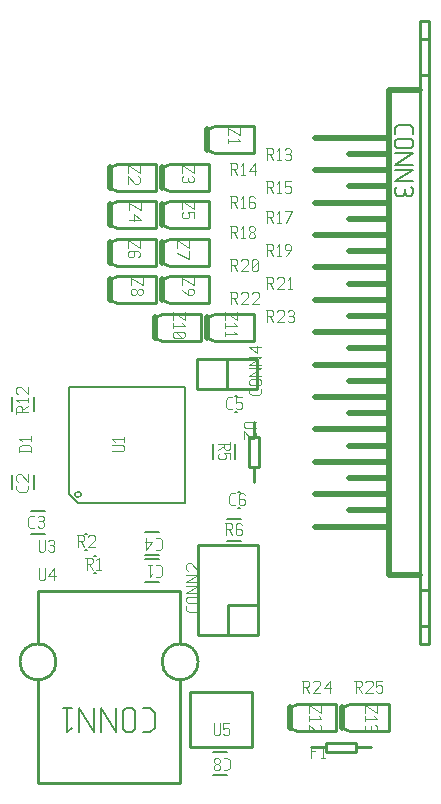
<source format=gbr>
G04 start of page 8 for group -4079 idx -4079 *
G04 Title: (unknown), topsilk *
G04 Creator: pcb 1.99z *
G04 CreationDate: Wed 16 Oct 2013 05:43:19 AM GMT UTC *
G04 For: commonadmin *
G04 Format: Gerber/RS-274X *
G04 PCB-Dimensions: 200000 300000 *
G04 PCB-Coordinate-Origin: lower left *
%MOIN*%
%FSLAX25Y25*%
%LNTOPSILK*%
%ADD94C,0.0060*%
%ADD93C,0.0040*%
%ADD92C,0.0080*%
%ADD91C,0.0200*%
%ADD90C,0.0100*%
G54D90*X139000Y84600D02*X142000D01*
X139000Y292200D02*Y84600D01*
Y292200D02*X142000D01*
Y84600D01*
X139000Y90600D02*X142000D01*
X139000Y102600D02*X142000D01*
X139000Y286200D02*X142000D01*
X139000Y274200D02*X142000D01*
G54D91*X128500Y107600D02*X139000D01*
X128500Y269200D02*Y107600D01*
Y269200D02*X139000D01*
G54D90*Y107600D01*
G54D91*X103900Y253200D02*X128500D01*
X103900Y242400D02*X128500D01*
X103900Y231600D02*X128500D01*
X103900Y220800D02*X128500D01*
X103900Y210000D02*X128500D01*
X103900Y199200D02*X128500D01*
X103900Y188400D02*X128500D01*
X103900Y177600D02*X128500D01*
X103900Y166800D02*X128500D01*
X103900Y156000D02*X128500D01*
X103900Y145200D02*X128500D01*
X103900Y134400D02*X128500D01*
X103900Y123600D02*X128500D01*
X115100Y247800D02*X128500D01*
X115100Y237000D02*X128500D01*
X115100Y226200D02*X128500D01*
X115100Y215400D02*X128500D01*
X115100Y204600D02*X128500D01*
X115100Y193800D02*X128500D01*
X115100Y183000D02*X128500D01*
X115100Y172200D02*X128500D01*
X115100Y161400D02*X128500D01*
X115100Y150600D02*X128500D01*
X115100Y139800D02*X128500D01*
X115100Y129000D02*X128500D01*
G54D90*X102500Y50000D02*X107500D01*
X117500D02*X122500D01*
X107500Y51600D02*X117500D01*
Y48400D01*
X107500D02*X117500D01*
X107500Y51600D02*Y48400D01*
G54D91*X112900Y63500D02*Y56500D01*
G54D90*X115400Y55500D01*
X128500D01*
Y64500D01*
X115400D01*
X112900Y63500D01*
G54D91*X95400D02*Y56500D01*
G54D90*X97900Y55500D01*
X111000D01*
Y64500D01*
X97900D01*
X95400Y63500D01*
X58900Y72500D02*Y38000D01*
X11500D02*X58900D01*
X11500Y72500D02*Y38000D01*
X58900Y102000D02*Y84500D01*
X11500Y102000D02*X58900D01*
X11500D02*Y84500D01*
X64900Y78500D02*G75*G03X64900Y78500I-6000J0D01*G01*
X17500D02*G75*G03X17500Y78500I-6000J0D01*G01*
G54D92*X2760Y140767D02*Y136043D01*
X10240Y140767D02*Y136043D01*
X9043Y128740D02*X13767D01*
X9043Y121260D02*X13767D01*
X78064Y135255D02*X78850D01*
X78064Y129745D02*X78850D01*
X69843Y40860D02*X74567D01*
X69843Y48340D02*X74567D01*
G54D90*X62100Y50000D02*X82800D01*
Y68300D02*Y50000D01*
X62100Y68300D02*X82800D01*
X62100D02*Y50000D01*
G54D92*X2760Y166767D02*Y162043D01*
X10240Y166767D02*Y162043D01*
X30064Y113755D02*X30850D01*
X30064Y108245D02*X30850D01*
X47233Y114260D02*X51957D01*
X47233Y121740D02*X51957D01*
X47233Y105260D02*X51957D01*
X47233Y112740D02*X51957D01*
G54D91*X35400Y218500D02*Y211500D01*
G54D90*X37900Y210500D01*
X51000D01*
Y219500D01*
X37900D01*
X35400Y218500D01*
G54D91*X52900D02*Y211500D01*
G54D90*X55400Y210500D01*
X68500D01*
Y219500D01*
X55400D01*
X52900Y218500D01*
G54D91*Y206000D02*Y199000D01*
G54D90*X55400Y198000D01*
X68500D01*
Y207000D01*
X55400D01*
X52900Y206000D01*
G54D91*X35400D02*Y199000D01*
G54D90*X37900Y198000D01*
X51000D01*
Y207000D01*
X37900D01*
X35400Y206000D01*
G54D91*X50400Y193500D02*Y186500D01*
G54D90*X52900Y185500D01*
X66000D01*
Y194500D01*
X52900D01*
X50400Y193500D01*
G54D92*X21963Y169970D02*Y134300D01*
Y169970D02*X60533D01*
Y131400D01*
X24863D02*X60533D01*
X24863D02*X21963Y134300D01*
X24863Y133300D02*G75*G03X24863Y133300I0J1000D01*G01*
X27150Y121255D02*X27936D01*
X27150Y115745D02*X27936D01*
G54D90*X85000Y117500D02*Y87500D01*
X65000Y117500D02*X85000D01*
X65000D02*Y87500D01*
X85000D01*
X75000Y97500D02*X85000D01*
X75000D02*Y87500D01*
G54D92*X74543Y126240D02*X79267D01*
X74543Y118760D02*X79267D01*
X77240Y150957D02*Y146233D01*
X69760Y150957D02*Y146233D01*
G54D90*X83500Y158500D02*Y153500D01*
Y143500D02*Y138500D01*
X85100Y153500D02*Y143500D01*
X81900D02*X85100D01*
X81900Y153500D02*Y143500D01*
Y153500D02*X85100D01*
G54D92*X77064Y167255D02*X77850D01*
X77064Y161745D02*X77850D01*
G54D90*X84500Y179500D02*Y169500D01*
X64500Y179500D02*X84500D01*
X64500D02*Y169500D01*
X84500D01*
X74500Y179500D02*X84500D01*
X74500D02*Y169500D01*
G54D91*X67900Y193500D02*Y186500D01*
G54D90*X70400Y185500D01*
X83500D01*
Y194500D01*
X70400D01*
X67900Y193500D01*
G54D91*Y256000D02*Y249000D01*
G54D90*X70400Y248000D01*
X83500D01*
Y257000D01*
X70400D01*
X67900Y256000D01*
G54D91*X52900Y243500D02*Y236500D01*
G54D90*X55400Y235500D01*
X68500D01*
Y244500D01*
X55400D01*
X52900Y243500D01*
G54D91*X35400D02*Y236500D01*
G54D90*X37900Y235500D01*
X51000D01*
Y244500D01*
X37900D01*
X35400Y243500D01*
G54D91*X52900Y231000D02*Y224000D01*
G54D90*X55400Y223000D01*
X68500D01*
Y232000D01*
X55400D01*
X52900Y231000D01*
G54D91*X35400D02*Y224000D01*
G54D90*X37900Y223000D01*
X51000D01*
Y232000D01*
X37900D01*
X35400Y231000D01*
G54D93*X36248Y148685D02*X39748D01*
X40248Y149185D01*
Y150185D02*Y149185D01*
Y150185D02*X39748Y150685D01*
X36248D02*X39748D01*
X37048Y151885D02*X36248Y152685D01*
X40248D01*
Y153385D02*Y151885D01*
X80600Y158500D02*X84100D01*
X80600D02*X80100Y158000D01*
Y157000D01*
X80600Y156500D01*
X84100D01*
X83600Y155300D02*X84100Y154800D01*
Y153300D01*
X83600Y152800D01*
X82600D02*X83600D01*
X80100Y155300D02*X82600Y152800D01*
X80100Y155300D02*Y152800D01*
X75007Y162650D02*X76307D01*
X74307Y163350D02*X75007Y162650D01*
X74307Y165950D02*Y163350D01*
Y165950D02*X75007Y166650D01*
X76307D01*
X77507D02*X79507D01*
X77507D02*Y164650D01*
X78007Y165150D01*
X79007D01*
X79507Y164650D01*
Y163150D01*
X79007Y162650D02*X79507Y163150D01*
X78007Y162650D02*X79007D01*
X77507Y163150D02*X78007Y162650D01*
X86000Y169500D02*Y168200D01*
X85300Y167500D02*X86000Y168200D01*
X82700Y167500D02*X85300D01*
X82700D02*X82000Y168200D01*
Y169500D02*Y168200D01*
X82500Y170700D02*X85500D01*
X82500D02*X82000Y171200D01*
Y172200D02*Y171200D01*
Y172200D02*X82500Y172700D01*
X85500D01*
X86000Y172200D02*X85500Y172700D01*
X86000Y172200D02*Y171200D01*
X85500Y170700D02*X86000Y171200D01*
X82000Y173900D02*X86000D01*
X82000D02*X86000Y176400D01*
X82000D02*X86000D01*
X82000Y177600D02*X86000D01*
X82000D02*X86000Y180100D01*
X82000D02*X86000D01*
X84500Y181300D02*X82000Y183300D01*
X84500Y183800D02*Y181300D01*
X82000Y183300D02*X86000D01*
X8350Y137255D02*Y135955D01*
X7650Y135255D02*X8350Y135955D01*
X5050Y135255D02*X7650D01*
X5050D02*X4350Y135955D01*
Y137255D02*Y135955D01*
X4850Y138455D02*X4350Y138955D01*
Y140455D02*Y138955D01*
Y140455D02*X4850Y140955D01*
X5850D01*
X8350Y138455D02*X5850Y140955D01*
X8350D02*Y138455D01*
X5350Y148924D02*X9350D01*
X5350Y150224D02*X6050Y150924D01*
X8650D01*
X9350Y150224D02*X8650Y150924D01*
X9350Y150224D02*Y148424D01*
X5350Y150224D02*Y148424D01*
X6150Y152124D02*X5350Y152924D01*
X9350D01*
Y153624D02*Y152124D01*
X4350Y163255D02*Y161255D01*
Y163255D02*X4850Y163755D01*
X5850D01*
X6350Y163255D02*X5850Y163755D01*
X6350Y163255D02*Y161755D01*
X4350D02*X8350D01*
X6350Y162555D02*X8350Y163755D01*
X5150Y164955D02*X4350Y165755D01*
X8350D01*
Y166455D02*Y164955D01*
X4850Y167655D02*X4350Y168155D01*
Y169655D02*Y168155D01*
Y169655D02*X4850Y170155D01*
X5850D01*
X8350Y167655D02*X5850Y170155D01*
X8350D02*Y167655D01*
X63400Y206500D02*Y204000D01*
X59400Y206500D02*X63400Y204000D01*
X59400Y206500D02*Y204000D01*
Y202300D02*X61400Y200800D01*
X62900D01*
X63400Y201300D02*X62900Y200800D01*
X63400Y202300D02*Y201300D01*
X62900Y202800D02*X63400Y202300D01*
X61900Y202800D02*X62900D01*
X61900D02*X61400Y202300D01*
Y200800D01*
X60400Y195000D02*Y192500D01*
X56400Y195000D02*X60400Y192500D01*
X56400Y195000D02*Y192500D01*
X59600Y191300D02*X60400Y190500D01*
X56400D02*X60400D01*
X56400Y191300D02*Y189800D01*
X56900Y188600D02*X56400Y188100D01*
X56900Y188600D02*X59900D01*
X60400Y188100D01*
Y187100D01*
X59900Y186600D01*
X56900D02*X59900D01*
X56400Y187100D02*X56900Y186600D01*
X56400Y188100D02*Y187100D01*
X57400Y188600D02*X59400Y186600D01*
X77800Y195000D02*Y192500D01*
X73800Y195000D02*X77800Y192500D01*
X73800Y195000D02*Y192500D01*
X77000Y191300D02*X77800Y190500D01*
X73800D02*X77800D01*
X73800Y191300D02*Y189800D01*
X77000Y188600D02*X77800Y187800D01*
X73800D02*X77800D01*
X73800Y188600D02*Y187100D01*
X75409Y201650D02*X77409D01*
X77909Y201150D01*
Y200150D01*
X77409Y199650D02*X77909Y200150D01*
X75909Y199650D02*X77409D01*
X75909Y201650D02*Y197650D01*
X76709Y199650D02*X77909Y197650D01*
X79109Y201150D02*X79609Y201650D01*
X81109D01*
X81609Y201150D01*
Y200150D01*
X79109Y197650D02*X81609Y200150D01*
X79109Y197650D02*X81609D01*
X82809Y201150D02*X83309Y201650D01*
X84809D01*
X85309Y201150D01*
Y200150D01*
X82809Y197650D02*X85309Y200150D01*
X82809Y197650D02*X85309D01*
X87409Y195650D02*X89409D01*
X89909Y195150D01*
Y194150D01*
X89409Y193650D02*X89909Y194150D01*
X87909Y193650D02*X89409D01*
X87909Y195650D02*Y191650D01*
X88709Y193650D02*X89909Y191650D01*
X91109Y195150D02*X91609Y195650D01*
X93109D01*
X93609Y195150D01*
Y194150D01*
X91109Y191650D02*X93609Y194150D01*
X91109Y191650D02*X93609D01*
X94809Y195150D02*X95309Y195650D01*
X96309D01*
X96809Y195150D01*
X96309Y191650D02*X96809Y192150D01*
X95309Y191650D02*X96309D01*
X94809Y192150D02*X95309Y191650D01*
Y193850D02*X96309D01*
X96809Y195150D02*Y194350D01*
Y193350D02*Y192150D01*
Y193350D02*X96309Y193850D01*
X96809Y194350D02*X96309Y193850D01*
X102500Y50600D02*Y46600D01*
Y50600D02*X104500D01*
X102500Y48800D02*X104000D01*
X105700Y49800D02*X106500Y50600D01*
Y46600D01*
X105700D02*X107200D01*
X99409Y72150D02*X101409D01*
X101909Y71650D01*
Y70650D01*
X101409Y70150D02*X101909Y70650D01*
X99909Y70150D02*X101409D01*
X99909Y72150D02*Y68150D01*
X100709Y70150D02*X101909Y68150D01*
X103109Y71650D02*X103609Y72150D01*
X105109D01*
X105609Y71650D01*
Y70650D01*
X103109Y68150D02*X105609Y70650D01*
X103109Y68150D02*X105609D01*
X106809Y69650D02*X108809Y72150D01*
X106809Y69650D02*X109309D01*
X108809Y72150D02*Y68150D01*
X116909Y72150D02*X118909D01*
X119409Y71650D01*
Y70650D01*
X118909Y70150D02*X119409Y70650D01*
X117409Y70150D02*X118909D01*
X117409Y72150D02*Y68150D01*
X118209Y70150D02*X119409Y68150D01*
X120609Y71650D02*X121109Y72150D01*
X122609D01*
X123109Y71650D01*
Y70650D01*
X120609Y68150D02*X123109Y70650D01*
X120609Y68150D02*X123109D01*
X124309Y72150D02*X126309D01*
X124309D02*Y70150D01*
X124809Y70650D01*
X125809D01*
X126309Y70150D01*
Y68650D01*
X125809Y68150D02*X126309Y68650D01*
X124809Y68150D02*X125809D01*
X124309Y68650D02*X124809Y68150D01*
X124400Y64000D02*Y61500D01*
X120400Y64000D02*X124400Y61500D01*
X120400Y64000D02*Y61500D01*
X123600Y60300D02*X124400Y59500D01*
X120400D02*X124400D01*
X120400Y60300D02*Y58800D01*
X123900Y57600D02*X124400Y57100D01*
Y56100D01*
X123900Y55600D01*
X120400Y56100D02*X120900Y55600D01*
X120400Y57100D02*Y56100D01*
X120900Y57600D02*X120400Y57100D01*
X122600D02*Y56100D01*
X123100Y55600D02*X123900D01*
X120900D02*X122100D01*
X122600Y56100D01*
X123100Y55600D02*X122600Y56100D01*
X105900Y64000D02*Y61500D01*
X101900Y64000D02*X105900Y61500D01*
X101900Y64000D02*Y61500D01*
X105100Y60300D02*X105900Y59500D01*
X101900D02*X105900D01*
X101900Y60300D02*Y58800D01*
X105400Y57600D02*X105900Y57100D01*
Y55600D01*
X105400Y55100D01*
X104400D02*X105400D01*
X101900Y57600D02*X104400Y55100D01*
X101900Y57600D02*Y55100D01*
G54D92*X46400Y63000D02*X49000D01*
X50400Y61600D02*X49000Y63000D01*
X50400Y61600D02*Y56400D01*
X49000Y55000D01*
X46400D02*X49000D01*
X44000Y62000D02*Y56000D01*
X43000Y55000D01*
X41000D02*X43000D01*
X41000D02*X40000Y56000D01*
Y62000D02*Y56000D01*
X41000Y63000D02*X40000Y62000D01*
X41000Y63000D02*X43000D01*
X44000Y62000D02*X43000Y63000D01*
X37600D02*Y55000D01*
X32600Y63000D01*
Y55000D01*
X30200Y63000D02*Y55000D01*
X25200Y63000D01*
Y55000D01*
X22800Y56600D02*X21200Y55000D01*
Y63000D02*Y55000D01*
X19800Y63000D02*X22800D01*
G54D93*X8955Y123150D02*X10255D01*
X8255Y123850D02*X8955Y123150D01*
X8255Y126450D02*Y123850D01*
Y126450D02*X8955Y127150D01*
X10255D01*
X11455Y126650D02*X11955Y127150D01*
X12955D01*
X13455Y126650D01*
X12955Y123150D02*X13455Y123650D01*
X11955Y123150D02*X12955D01*
X11455Y123650D02*X11955Y123150D01*
Y125350D02*X12955D01*
X13455Y126650D02*Y125850D01*
Y124850D02*Y123650D01*
Y124850D02*X12955Y125350D01*
X13455Y125850D02*X12955Y125350D01*
X11791Y119150D02*Y115650D01*
X12291Y115150D01*
X13291D01*
X13791Y115650D01*
Y119150D02*Y115650D01*
X14991Y118650D02*X15491Y119150D01*
X16491D01*
X16991Y118650D01*
X16491Y115150D02*X16991Y115650D01*
X15491Y115150D02*X16491D01*
X14991Y115650D02*X15491Y115150D01*
Y117350D02*X16491D01*
X16991Y118650D02*Y117850D01*
Y116850D02*Y115650D01*
Y116850D02*X16491Y117350D01*
X16991Y117850D02*X16491Y117350D01*
X11791Y109650D02*Y106150D01*
X12291Y105650D01*
X13291D01*
X13791Y106150D01*
Y109650D02*Y106150D01*
X14991Y107150D02*X16991Y109650D01*
X14991Y107150D02*X17491D01*
X16991Y109650D02*Y105650D01*
X75650Y151745D02*Y149745D01*
X75150Y149245D01*
X74150D02*X75150D01*
X73650Y149745D02*X74150Y149245D01*
X73650Y151245D02*Y149745D01*
X71650Y151245D02*X75650D01*
X73650Y150445D02*X71650Y149245D01*
X75650Y148045D02*Y146045D01*
X73650Y148045D02*X75650D01*
X73650D02*X74150Y147545D01*
Y146545D01*
X73650Y146045D01*
X72150D02*X73650D01*
X71650Y146545D02*X72150Y146045D01*
X71650Y147545D02*Y146545D01*
X72150Y148045D02*X71650Y147545D01*
X65000Y97000D02*Y95700D01*
X64300Y95000D02*X65000Y95700D01*
X61700Y95000D02*X64300D01*
X61700D02*X61000Y95700D01*
Y97000D02*Y95700D01*
X61500Y98200D02*X64500D01*
X61500D02*X61000Y98700D01*
Y99700D02*Y98700D01*
Y99700D02*X61500Y100200D01*
X64500D01*
X65000Y99700D02*X64500Y100200D01*
X65000Y99700D02*Y98700D01*
X64500Y98200D02*X65000Y98700D01*
X61000Y101400D02*X65000D01*
X61000D02*X65000Y103900D01*
X61000D02*X65000D01*
X61000Y105100D02*X65000D01*
X61000D02*X65000Y107600D01*
X61000D02*X65000D01*
X61500Y108800D02*X61000Y109300D01*
Y110800D02*Y109300D01*
Y110800D02*X61500Y111300D01*
X62500D01*
X65000Y108800D02*X62500Y111300D01*
X65000D02*Y108800D01*
X73355Y46450D02*X74655D01*
X75355Y45750D02*X74655Y46450D01*
X75355Y45750D02*Y43150D01*
X74655Y42450D01*
X73355D02*X74655D01*
X72155Y45950D02*X71655Y46450D01*
X72155Y45950D02*Y45150D01*
X71455Y44450D01*
X70855D02*X71455D01*
X70855D02*X70155Y45150D01*
Y45950D02*Y45150D01*
X70655Y46450D02*X70155Y45950D01*
X70655Y46450D02*X71655D01*
X72155Y43750D02*X71455Y44450D01*
X72155Y43750D02*Y42950D01*
X71655Y42450D01*
X70655D02*X71655D01*
X70655D02*X70155Y42950D01*
Y43750D02*Y42950D01*
X70855Y44450D02*X70155Y43750D01*
X70100Y58000D02*Y54500D01*
X70600Y54000D01*
X71600D01*
X72100Y54500D01*
Y58000D02*Y54500D01*
X73300Y58000D02*X75300D01*
X73300D02*Y56000D01*
X73800Y56500D01*
X74800D01*
X75300Y56000D01*
Y54500D01*
X74800Y54000D02*X75300Y54500D01*
X73800Y54000D02*X74800D01*
X73300Y54500D02*X73800Y54000D01*
X24393Y120650D02*X26393D01*
X26893Y120150D01*
Y119150D01*
X26393Y118650D02*X26893Y119150D01*
X24893Y118650D02*X26393D01*
X24893Y120650D02*Y116650D01*
X25693Y118650D02*X26893Y116650D01*
X28093Y120150D02*X28593Y120650D01*
X30093D01*
X30593Y120150D01*
Y119150D01*
X28093Y116650D02*X30593Y119150D01*
X28093Y116650D02*X30593D01*
X27307Y113150D02*X29307D01*
X29807Y112650D01*
Y111650D01*
X29307Y111150D02*X29807Y111650D01*
X27807Y111150D02*X29307D01*
X27807Y113150D02*Y109150D01*
X28607Y111150D02*X29807Y109150D01*
X31007Y112350D02*X31807Y113150D01*
Y109150D01*
X31007D02*X32507D01*
X50745Y119850D02*X52045D01*
X52745Y119150D02*X52045Y119850D01*
X52745Y119150D02*Y116550D01*
X52045Y115850D01*
X50745D02*X52045D01*
X49545Y118350D02*X47545Y115850D01*
X47045Y118350D02*X49545D01*
X47545Y119850D02*Y115850D01*
X50745Y110850D02*X52045D01*
X52745Y110150D02*X52045Y110850D01*
X52745Y110150D02*Y107550D01*
X52045Y106850D01*
X50745D02*X52045D01*
X49545Y107650D02*X48745Y106850D01*
Y110850D02*Y106850D01*
X48045Y110850D02*X49545D01*
X73755Y124650D02*X75755D01*
X76255Y124150D01*
Y123150D01*
X75755Y122650D02*X76255Y123150D01*
X74255Y122650D02*X75755D01*
X74255Y124650D02*Y120650D01*
X75055Y122650D02*X76255Y120650D01*
X78955Y124650D02*X79455Y124150D01*
X77955Y124650D02*X78955D01*
X77455Y124150D02*X77955Y124650D01*
X77455Y124150D02*Y121150D01*
X77955Y120650D01*
X78955Y122850D02*X79455Y122350D01*
X77455Y122850D02*X78955D01*
X77955Y120650D02*X78955D01*
X79455Y121150D01*
Y122350D02*Y121150D01*
X76007Y130650D02*X77307D01*
X75307Y131350D02*X76007Y130650D01*
X75307Y133950D02*Y131350D01*
Y133950D02*X76007Y134650D01*
X77307D01*
X80007D02*X80507Y134150D01*
X79007Y134650D02*X80007D01*
X78507Y134150D02*X79007Y134650D01*
X78507Y134150D02*Y131150D01*
X79007Y130650D01*
X80007Y132850D02*X80507Y132350D01*
X78507Y132850D02*X80007D01*
X79007Y130650D02*X80007D01*
X80507Y131150D01*
Y132350D02*Y131150D01*
G54D94*X130500Y256550D02*Y254600D01*
X131550Y257600D02*X130500Y256550D01*
X131550Y257600D02*X135450D01*
X136500Y256550D01*
Y254600D01*
X131250Y252800D02*X135750D01*
X136500Y252050D01*
Y250550D01*
X135750Y249800D01*
X131250D02*X135750D01*
X130500Y250550D02*X131250Y249800D01*
X130500Y252050D02*Y250550D01*
X131250Y252800D02*X130500Y252050D01*
Y248000D02*X136500D01*
X130500Y244250D01*
X136500D01*
X130500Y242450D02*X136500D01*
X130500Y238700D01*
X136500D01*
X135750Y236900D02*X136500Y236150D01*
Y234650D01*
X135750Y233900D01*
X130500Y234650D02*X131250Y233900D01*
X130500Y236150D02*Y234650D01*
X131250Y236900D02*X130500Y236150D01*
X133800D02*Y234650D01*
X134550Y233900D02*X135750D01*
X131250D02*X133050D01*
X133800Y234650D01*
X134550Y233900D02*X133800Y234650D01*
G54D93*X46400Y206500D02*Y204000D01*
X42400Y206500D02*X46400Y204000D01*
X42400Y206500D02*Y204000D01*
X42900Y202800D02*X42400Y202300D01*
X42900Y202800D02*X43700D01*
X44400Y202100D01*
Y201500D01*
X43700Y200800D01*
X42900D02*X43700D01*
X42400Y201300D02*X42900Y200800D01*
X42400Y202300D02*Y201300D01*
X45100Y202800D02*X44400Y202100D01*
X45100Y202800D02*X45900D01*
X46400Y202300D01*
Y201300D01*
X45900Y200800D01*
X45100D02*X45900D01*
X44400Y201500D02*X45100Y200800D01*
X45400Y219000D02*Y216500D01*
X41400Y219000D02*X45400Y216500D01*
X41400Y219000D02*Y216500D01*
X45400Y213800D02*X44900Y213300D01*
X45400Y214800D02*Y213800D01*
X44900Y215300D02*X45400Y214800D01*
X41900Y215300D02*X44900D01*
X41900D02*X41400Y214800D01*
X43600Y213800D02*X43100Y213300D01*
X43600Y215300D02*Y213800D01*
X41400Y214800D02*Y213800D01*
X41900Y213300D01*
X43100D01*
X61900Y219000D02*Y216500D01*
X57900Y219000D02*X61900Y216500D01*
X57900Y219000D02*Y216500D01*
Y214800D02*X61900Y212800D01*
Y215300D02*Y212800D01*
X45900Y231500D02*Y229000D01*
X41900Y231500D02*X45900Y229000D01*
X41900Y231500D02*Y229000D01*
X43400Y227800D02*X45900Y225800D01*
X43400Y227800D02*Y225300D01*
X41900Y225800D02*X45900D01*
X78900Y256500D02*Y254000D01*
X74900Y256500D02*X78900Y254000D01*
X74900Y256500D02*Y254000D01*
X78100Y252800D02*X78900Y252000D01*
X74900D02*X78900D01*
X74900Y252800D02*Y251300D01*
X45400Y244000D02*Y241500D01*
X41400Y244000D02*X45400Y241500D01*
X41400Y244000D02*Y241500D01*
X44900Y240300D02*X45400Y239800D01*
Y238300D01*
X44900Y237800D01*
X43900D02*X44900D01*
X41400Y240300D02*X43900Y237800D01*
X41400Y240300D02*Y237800D01*
X63400Y244000D02*Y241500D01*
X59400Y244000D02*X63400Y241500D01*
X59400Y244000D02*Y241500D01*
X62900Y240300D02*X63400Y239800D01*
Y238800D01*
X62900Y238300D01*
X59400Y238800D02*X59900Y238300D01*
X59400Y239800D02*Y238800D01*
X59900Y240300D02*X59400Y239800D01*
X61600D02*Y238800D01*
X62100Y238300D02*X62900D01*
X59900D02*X61100D01*
X61600Y238800D01*
X62100Y238300D02*X61600Y238800D01*
X63400Y232000D02*Y229500D01*
X59400Y232000D02*X63400Y229500D01*
X59400Y232000D02*Y229500D01*
X63400Y228300D02*Y226300D01*
X61400Y228300D02*X63400D01*
X61400D02*X61900Y227800D01*
Y226800D01*
X61400Y226300D01*
X59900D02*X61400D01*
X59400Y226800D02*X59900Y226300D01*
X59400Y227800D02*Y226800D01*
X59900Y228300D02*X59400Y227800D01*
X87409Y249650D02*X89409D01*
X89909Y249150D01*
Y248150D01*
X89409Y247650D02*X89909Y248150D01*
X87909Y247650D02*X89409D01*
X87909Y249650D02*Y245650D01*
X88709Y247650D02*X89909Y245650D01*
X91109Y248850D02*X91909Y249650D01*
Y245650D01*
X91109D02*X92609D01*
X93809Y249150D02*X94309Y249650D01*
X95309D01*
X95809Y249150D01*
X95309Y245650D02*X95809Y246150D01*
X94309Y245650D02*X95309D01*
X93809Y246150D02*X94309Y245650D01*
Y247850D02*X95309D01*
X95809Y249150D02*Y248350D01*
Y247350D02*Y246150D01*
Y247350D02*X95309Y247850D01*
X95809Y248350D02*X95309Y247850D01*
X87409Y238650D02*X89409D01*
X89909Y238150D01*
Y237150D01*
X89409Y236650D02*X89909Y237150D01*
X87909Y236650D02*X89409D01*
X87909Y238650D02*Y234650D01*
X88709Y236650D02*X89909Y234650D01*
X91109Y237850D02*X91909Y238650D01*
Y234650D01*
X91109D02*X92609D01*
X93809Y238650D02*X95809D01*
X93809D02*Y236650D01*
X94309Y237150D01*
X95309D01*
X95809Y236650D01*
Y235150D01*
X95309Y234650D02*X95809Y235150D01*
X94309Y234650D02*X95309D01*
X93809Y235150D02*X94309Y234650D01*
X87409Y228650D02*X89409D01*
X89909Y228150D01*
Y227150D01*
X89409Y226650D02*X89909Y227150D01*
X87909Y226650D02*X89409D01*
X87909Y228650D02*Y224650D01*
X88709Y226650D02*X89909Y224650D01*
X91109Y227850D02*X91909Y228650D01*
Y224650D01*
X91109D02*X92609D01*
X94309D02*X96309Y228650D01*
X93809D02*X96309D01*
X87409Y217650D02*X89409D01*
X89909Y217150D01*
Y216150D01*
X89409Y215650D02*X89909Y216150D01*
X87909Y215650D02*X89409D01*
X87909Y217650D02*Y213650D01*
X88709Y215650D02*X89909Y213650D01*
X91109Y216850D02*X91909Y217650D01*
Y213650D01*
X91109D02*X92609D01*
X94309D02*X95809Y215650D01*
Y217150D02*Y215650D01*
X95309Y217650D02*X95809Y217150D01*
X94309Y217650D02*X95309D01*
X93809Y217150D02*X94309Y217650D01*
X93809Y217150D02*Y216150D01*
X94309Y215650D01*
X95809D01*
X87409Y206650D02*X89409D01*
X89909Y206150D01*
Y205150D01*
X89409Y204650D02*X89909Y205150D01*
X87909Y204650D02*X89409D01*
X87909Y206650D02*Y202650D01*
X88709Y204650D02*X89909Y202650D01*
X91109Y206150D02*X91609Y206650D01*
X93109D01*
X93609Y206150D01*
Y205150D01*
X91109Y202650D02*X93609Y205150D01*
X91109Y202650D02*X93609D01*
X94809Y205850D02*X95609Y206650D01*
Y202650D01*
X94809D02*X96309D01*
X75409Y244650D02*X77409D01*
X77909Y244150D01*
Y243150D01*
X77409Y242650D02*X77909Y243150D01*
X75909Y242650D02*X77409D01*
X75909Y244650D02*Y240650D01*
X76709Y242650D02*X77909Y240650D01*
X79109Y243850D02*X79909Y244650D01*
Y240650D01*
X79109D02*X80609D01*
X81809Y242150D02*X83809Y244650D01*
X81809Y242150D02*X84309D01*
X83809Y244650D02*Y240650D01*
X75409Y233650D02*X77409D01*
X77909Y233150D01*
Y232150D01*
X77409Y231650D02*X77909Y232150D01*
X75909Y231650D02*X77409D01*
X75909Y233650D02*Y229650D01*
X76709Y231650D02*X77909Y229650D01*
X79109Y232850D02*X79909Y233650D01*
Y229650D01*
X79109D02*X80609D01*
X83309Y233650D02*X83809Y233150D01*
X82309Y233650D02*X83309D01*
X81809Y233150D02*X82309Y233650D01*
X81809Y233150D02*Y230150D01*
X82309Y229650D01*
X83309Y231850D02*X83809Y231350D01*
X81809Y231850D02*X83309D01*
X82309Y229650D02*X83309D01*
X83809Y230150D01*
Y231350D02*Y230150D01*
X75409Y223650D02*X77409D01*
X77909Y223150D01*
Y222150D01*
X77409Y221650D02*X77909Y222150D01*
X75909Y221650D02*X77409D01*
X75909Y223650D02*Y219650D01*
X76709Y221650D02*X77909Y219650D01*
X79109Y222850D02*X79909Y223650D01*
Y219650D01*
X79109D02*X80609D01*
X81809Y220150D02*X82309Y219650D01*
X81809Y220950D02*Y220150D01*
Y220950D02*X82509Y221650D01*
X83109D01*
X83809Y220950D01*
Y220150D01*
X83309Y219650D02*X83809Y220150D01*
X82309Y219650D02*X83309D01*
X81809Y222350D02*X82509Y221650D01*
X81809Y223150D02*Y222350D01*
Y223150D02*X82309Y223650D01*
X83309D01*
X83809Y223150D01*
Y222350D01*
X83109Y221650D02*X83809Y222350D01*
X75409Y212650D02*X77409D01*
X77909Y212150D01*
Y211150D01*
X77409Y210650D02*X77909Y211150D01*
X75909Y210650D02*X77409D01*
X75909Y212650D02*Y208650D01*
X76709Y210650D02*X77909Y208650D01*
X79109Y212150D02*X79609Y212650D01*
X81109D01*
X81609Y212150D01*
Y211150D01*
X79109Y208650D02*X81609Y211150D01*
X79109Y208650D02*X81609D01*
X82809Y209150D02*X83309Y208650D01*
X82809Y212150D02*Y209150D01*
Y212150D02*X83309Y212650D01*
X84309D01*
X84809Y212150D01*
Y209150D01*
X84309Y208650D02*X84809Y209150D01*
X83309Y208650D02*X84309D01*
X82809Y209650D02*X84809Y211650D01*
M02*

</source>
